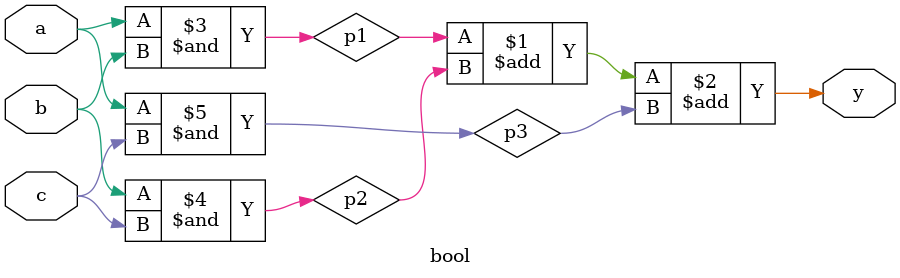
<source format=v>
module bool(input a,b,c,output y);
wire p1,p2,p3;
reg y;
assign y=p1+p2+p3;
and(p1,a,b);
and(p2,b,c);
and(p3,a,c);
endmodule

</source>
